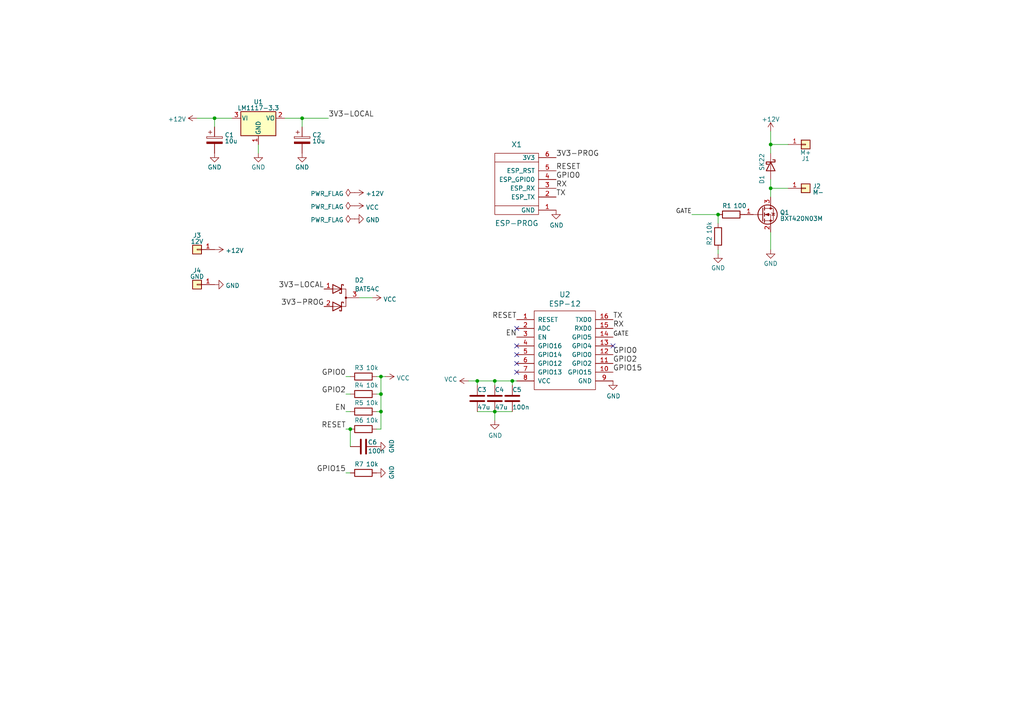
<source format=kicad_sch>
(kicad_sch (version 20220914) (generator eeschema)
  (paper "A4")
  (lib_symbols
    (symbol "Connector_Generic:Conn_01x01" (pin_names (offset 1.016) hide)
      (property "Reference" "J" (at 0 2.54 0))
      (property "Value" "Conn_01x01" (at 0 -2.54 0))
      (symbol "Conn_01x01_1_1"
        (rectangle (start -1.27 0.127) (end 0 -0.127) (stroke (width 0.1524)))
        (rectangle (start -1.27 1.27) (end 1.27 -1.27) (stroke (width 0.254)) (fill (type background)))
        (pin passive line (at -5.08 0 0) (length 3.81) (name "Pin_1") (number "1"))
      )
    )
    (symbol "Device:C" (pin_numbers hide) (pin_names (offset 0.254))
      (property "Reference" "C" (at 0.635 2.54 0))
      (property "Value" "C" (at 0.635 -2.54 0))
      (symbol "C_0_1"
        (polyline (pts (xy -2.032 -0.762) (xy 2.032 -0.762)) (stroke (width 0.508)))
        (polyline (pts (xy -2.032 0.762) (xy 2.032 0.762)) (stroke (width 0.508)))
      )
      (symbol "C_1_1"
        (pin passive line (at 0 3.81 270) (length 2.794) (name "~") (number "1"))
        (pin passive line (at 0 -3.81 90) (length 2.794) (name "~") (number "2"))
      )
    )
    (symbol "Device:C_Polarized" (pin_numbers hide) (pin_names (offset 0.254))
      (property "Reference" "C" (at 0.635 2.54 0))
      (property "Value" "C_Polarized" (at 0.635 -2.54 0))
      (symbol "C_Polarized_0_1"
        (rectangle (start -2.286 0.508) (end 2.286 1.016))
        (polyline (pts (xy -1.778 2.286) (xy -0.762 2.286)))
        (polyline (pts (xy -1.27 2.794) (xy -1.27 1.778)))
        (rectangle (start 2.286 -0.508) (end -2.286 -1.016) (fill (type outline)))
      )
      (symbol "C_Polarized_1_1"
        (pin passive line (at 0 3.81 270) (length 2.794) (name "~") (number "1"))
        (pin passive line (at 0 -3.81 90) (length 2.794) (name "~") (number "2"))
      )
    )
    (symbol "Device:D_Schottky" (pin_numbers hide) (pin_names (offset 1.016) hide)
      (property "Reference" "D" (at 0 2.54 0))
      (property "Value" "D_Schottky" (at 0 -2.54 0))
      (symbol "D_Schottky_0_1"
        (polyline (pts (xy 1.27 0) (xy -1.27 0)))
        (polyline (pts (xy 1.27 1.27) (xy 1.27 -1.27) (xy -1.27 0) (xy 1.27 1.27)) (stroke (width 0.254)))
        (polyline (pts (xy -1.905 0.635) (xy -1.905 1.27) (xy -1.27 1.27) (xy -1.27 -1.27) (xy -0.635 -1.27) (xy -0.635 -0.635)) (stroke (width 0.254)))
      )
      (symbol "D_Schottky_1_1"
        (pin passive line (at -3.81 0 0) (length 2.54) (name "K") (number "1"))
        (pin passive line (at 3.81 0 180) (length 2.54) (name "A") (number "2"))
      )
    )
    (symbol "Device:D_Schottky_Dual_CommonCathode_AAK_Parallel" (pin_names (offset 0.762) hide)
      (property "Reference" "D" (at 0 5.08 0))
      (property "Value" "D_Schottky_Dual_CommonCathode_AAK_Parallel" (at 0 -5.08 0))
      (symbol "D_Schottky_Dual_CommonCathode_AAK_Parallel_0_1"
        (polyline (pts (xy 1.27 0) (xy 2.54 0)))
        (polyline (pts (xy -2.54 -2.54) (xy 1.27 -2.54) (xy 1.27 2.54) (xy -2.54 2.54)))
        (polyline (pts (xy -2.54 -1.27) (xy 0 -2.54) (xy -2.54 -3.81) (xy -2.54 -1.27) (xy -2.54 -1.27) (xy -2.54 -1.27)) (stroke (width 0.254)))
        (polyline (pts (xy -2.54 3.81) (xy 0 2.54) (xy -2.54 1.27) (xy -2.54 3.81) (xy -2.54 3.81) (xy -2.54 3.81)) (stroke (width 0.254)))
        (polyline (pts (xy 0.508 -1.524) (xy 0.508 -1.27) (xy 0 -1.27) (xy 0 -3.81) (xy -0.508 -3.81) (xy -0.508 -3.556)) (stroke (width 0.254)))
        (polyline (pts (xy 0.508 3.556) (xy 0.508 3.81) (xy 0 3.81) (xy 0 1.27) (xy -0.508 1.27) (xy -0.508 1.524)) (stroke (width 0.254)))
        (circle (center 1.27 0) (radius 0.254) (fill (type outline)))
        (pin passive line (at -5.08 2.54 0) (length 2.54) (name "K") (number "1"))
        (pin passive line (at -5.08 -2.54 0) (length 2.54) (name "K") (number "2"))
        (pin passive line (at 5.08 0 180) (length 2.54) (name "A") (number "3"))
      )
    )
    (symbol "Device:R" (pin_numbers hide) (pin_names (offset 0))
      (property "Reference" "R" (at 2.032 0 90))
      (property "Value" "R" (at 0 0 90))
      (symbol "R_0_1"
        (rectangle (start -1.016 -2.54) (end 1.016 2.54) (stroke (width 0.254)))
      )
      (symbol "R_1_1"
        (pin passive line (at 0 3.81 270) (length 1.27) (name "~") (number "1"))
        (pin passive line (at 0 -3.81 90) (length 1.27) (name "~") (number "2"))
      )
    )
    (symbol "Drake:ESP-12" (pin_names (offset 1.016))
      (property "Reference" "U" (at 0 24.13 0))
      (property "Value" "ESP-12" (at 0 21.59 0))
      (symbol "ESP-12_0_1"
        (rectangle (start -8.89 19.05) (end 8.89 -3.81))
      )
      (symbol "ESP-12_1_1"
        (pin input line (at -13.97 16.51 0) (length 5.08) (name "RESET") (number "1"))
        (pin input line (at 13.97 1.27 180) (length 5.08) (name "GPIO15") (number "10"))
        (pin input line (at 13.97 3.81 180) (length 5.08) (name "GPIO2") (number "11"))
        (pin input line (at 13.97 6.35 180) (length 5.08) (name "GPIO0") (number "12"))
        (pin input line (at 13.97 8.89 180) (length 5.08) (name "GPIO4") (number "13"))
        (pin input line (at 13.97 11.43 180) (length 5.08) (name "GPIO5") (number "14"))
        (pin input line (at 13.97 13.97 180) (length 5.08) (name "RXD0") (number "15"))
        (pin input line (at 13.97 16.51 180) (length 5.08) (name "TXD0") (number "16"))
        (pin input line (at -13.97 13.97 0) (length 5.08) (name "ADC") (number "2"))
        (pin input line (at -13.97 11.43 0) (length 5.08) (name "EN") (number "3"))
        (pin input line (at -13.97 8.89 0) (length 5.08) (name "GPIO16") (number "4"))
        (pin input line (at -13.97 6.35 0) (length 5.08) (name "GPIO14") (number "5"))
        (pin input line (at -13.97 3.81 0) (length 5.08) (name "GPIO12") (number "6"))
        (pin input line (at -13.97 1.27 0) (length 5.08) (name "GPIO13") (number "7"))
        (pin input line (at -13.97 -1.27 0) (length 5.08) (name "VCC") (number "8"))
        (pin input line (at 13.97 -1.27 180) (length 5.08) (name "GND") (number "9"))
      )
    )
    (symbol "Drake:ESP-PROG" (pin_names (offset 1.016))
      (property "Reference" "X" (at 0 11.43 0))
      (property "Value" "ESP-PROG" (at 0 -11.43 0))
      (symbol "ESP-PROG_0_1"
        (polyline (pts (xy 6.35 -6.35) (xy -6.35 -6.35)))
        (polyline (pts (xy 6.35 6.35) (xy -6.35 6.35)))
        (rectangle (start 6.35 8.89) (end -6.35 -8.89))
      )
      (symbol "ESP-PROG_1_1"
        (pin passive line (at 11.43 -7.62 180) (length 5.08) (name "GND") (number "1"))
        (pin bidirectional line (at 11.43 -3.81 180) (length 5.08) (name "ESP_TX") (number "2"))
        (pin bidirectional line (at 11.43 -1.27 180) (length 5.08) (name "ESP_RX") (number "3"))
        (pin bidirectional line (at 11.43 1.27 180) (length 5.08) (name "ESP_GPIO0") (number "4"))
        (pin bidirectional line (at 11.43 3.81 180) (length 5.08) (name "ESP_RST") (number "5"))
        (pin bidirectional line (at 11.43 7.62 180) (length 5.08) (name "3V3") (number "6"))
      )
    )
    (symbol "Regulator_Linear:LM1117-3.3" (pin_names (offset 0.254))
      (property "Reference" "U" (at -3.81 3.175 0))
      (property "Value" "LM1117-3.3" (at 0 3.175 0))
      (symbol "LM1117-3.3_0_1"
        (rectangle (start -5.08 -5.08) (end 5.08 1.905) (stroke (width 0.254)) (fill (type background)))
      )
      (symbol "LM1117-3.3_1_1"
        (pin power_in line (at 0 -7.62 90) (length 2.54) (name "GND") (number "1"))
        (pin power_out line (at 7.62 0 180) (length 2.54) (name "VO") (number "2"))
        (pin power_in line (at -7.62 0 0) (length 2.54) (name "VI") (number "3"))
      )
    )
    (symbol "Transistor_FET:AO3400A" (pin_names hide)
      (property "Reference" "Q" (at 5.08 1.905 0))
      (property "Value" "AO3400A" (at 5.08 0 0))
      (symbol "AO3400A_0_1"
        (polyline (pts (xy 0.254 0) (xy -2.54 0)))
        (polyline (pts (xy 0.254 1.905) (xy 0.254 -1.905)) (stroke (width 0.254)))
        (polyline (pts (xy 0.762 -1.27) (xy 0.762 -2.286)) (stroke (width 0.254)))
        (polyline (pts (xy 0.762 0.508) (xy 0.762 -0.508)) (stroke (width 0.254)))
        (polyline (pts (xy 0.762 2.286) (xy 0.762 1.27)) (stroke (width 0.254)))
        (polyline (pts (xy 2.54 2.54) (xy 2.54 1.778)))
        (polyline (pts (xy 2.54 -2.54) (xy 2.54 0) (xy 0.762 0)))
        (polyline (pts (xy 0.762 -1.778) (xy 3.302 -1.778) (xy 3.302 1.778) (xy 0.762 1.778)))
        (polyline (pts (xy 1.016 0) (xy 2.032 0.381) (xy 2.032 -0.381) (xy 1.016 0)) (fill (type outline)))
        (polyline (pts (xy 2.794 0.508) (xy 2.921 0.381) (xy 3.683 0.381) (xy 3.81 0.254)))
        (polyline (pts (xy 3.302 0.381) (xy 2.921 -0.254) (xy 3.683 -0.254) (xy 3.302 0.381)))
        (circle (center 1.651 0) (radius 2.794) (stroke (width 0.254)))
        (circle (center 2.54 -1.778) (radius 0.254) (fill (type outline)))
        (circle (center 2.54 1.778) (radius 0.254) (fill (type outline)))
      )
      (symbol "AO3400A_1_1"
        (pin input line (at -5.08 0 0) (length 2.54) (name "G") (number "1"))
        (pin passive line (at 2.54 -5.08 90) (length 2.54) (name "S") (number "2"))
        (pin passive line (at 2.54 5.08 270) (length 2.54) (name "D") (number "3"))
      )
    )
    (symbol "power:+12V" (power) (pin_names (offset 0))
      (property "Value" "+12V" (at 0 3.556 0))
      (symbol "+12V_0_1"
        (polyline (pts (xy -0.762 1.27) (xy 0 2.54)))
        (polyline (pts (xy 0 0) (xy 0 2.54)))
        (polyline (pts (xy 0 2.54) (xy 0.762 1.27)))
      )
      (symbol "+12V_1_1"
        (pin power_in line (at 0 0 90) (length 0) hide (name "+12V") (number "1"))
      )
    )
    (symbol "power:GND" (power) (pin_names (offset 0))
      (property "Value" "GND" (at 0 -3.81 0))
      (symbol "GND_0_1"
        (polyline (pts (xy 0 0) (xy 0 -1.27) (xy 1.27 -1.27) (xy 0 -2.54) (xy -1.27 -1.27) (xy 0 -1.27)))
      )
      (symbol "GND_1_1"
        (pin power_in line (at 0 0 270) (length 0) hide (name "GND") (number "1"))
      )
    )
    (symbol "power:PWR_FLAG" (power) (pin_numbers hide) (pin_names (offset 0) hide)
      (property "Value" "PWR_FLAG" (at 0 3.81 0))
      (symbol "PWR_FLAG_0_0"
        (pin power_out line (at 0 0 90) (length 0) (name "pwr") (number "1"))
      )
      (symbol "PWR_FLAG_0_1"
        (polyline (pts (xy 0 0) (xy 0 1.27) (xy -1.016 1.905) (xy 0 2.54) (xy 1.016 1.905) (xy 0 1.27)))
      )
    )
    (symbol "power:VCC" (power) (pin_names (offset 0))
      (property "Value" "VCC" (at 0 3.81 0))
      (symbol "VCC_0_1"
        (polyline (pts (xy -0.762 1.27) (xy 0 2.54)))
        (polyline (pts (xy 0 0) (xy 0 2.54)))
        (polyline (pts (xy 0 2.54) (xy 0.762 1.27)))
      )
      (symbol "VCC_1_1"
        (pin power_in line (at 0 0 90) (length 0) hide (name "VCC") (number "1"))
      )
    )
  )
  (junction (at 138.43 110.49))
  (junction (at 223.52 41.91))
  (junction (at 208.28 62.23))
  (junction (at 223.52 54.61))
  (junction (at 148.59 110.49))
  (junction (at 110.49 114.3))
  (junction (at 62.23 34.29))
  (junction (at 143.51 110.49))
  (junction (at 87.63 34.29))
  (junction (at 143.51 119.38))
  (junction (at 101.6 124.46))
  (junction (at 110.49 119.38))
  (junction (at 110.49 109.22))
  (no_connect (at 149.86 102.87))
  (no_connect (at 149.86 100.33))
  (no_connect (at 149.86 105.41))
  (no_connect (at 149.86 107.95))
  (no_connect (at 149.86 95.25))
  (no_connect (at 177.8 100.33))
  (wire (pts (xy 110.49 109.22) (xy 110.49 114.3)))
  (wire (pts (xy 138.43 110.49) (xy 143.51 110.49)))
  (wire (pts (xy 87.63 34.29) (xy 87.63 36.83)))
  (wire (pts (xy 143.51 119.38) (xy 148.59 119.38)))
  (wire (pts (xy 223.52 41.91) (xy 228.6 41.91)))
  (wire (pts (xy 138.43 111.76) (xy 138.43 110.49)))
  (wire (pts (xy 138.43 119.38) (xy 143.51 119.38)))
  (wire (pts (xy 110.49 109.22) (xy 111.76 109.22)))
  (wire (pts (xy 148.59 110.49) (xy 149.86 110.49)))
  (wire (pts (xy 67.31 34.29) (xy 62.23 34.29)))
  (wire (pts (xy 74.93 44.45) (xy 74.93 41.91)))
  (wire (pts (xy 57.15 34.29) (xy 62.23 34.29)))
  (wire (pts (xy 208.28 62.23) (xy 208.28 64.77)))
  (wire (pts (xy 110.49 114.3) (xy 110.49 119.38)))
  (wire (pts (xy 101.6 119.38) (xy 100.33 119.38)))
  (wire (pts (xy 223.52 38.1) (xy 223.52 41.91)))
  (wire (pts (xy 223.52 54.61) (xy 228.6 54.61)))
  (wire (pts (xy 110.49 124.46) (xy 109.22 124.46)))
  (wire (pts (xy 101.6 114.3) (xy 100.33 114.3)))
  (wire (pts (xy 101.6 109.22) (xy 100.33 109.22)))
  (wire (pts (xy 101.6 124.46) (xy 100.33 124.46)))
  (wire (pts (xy 223.52 41.91) (xy 223.52 44.45)))
  (wire (pts (xy 87.63 34.29) (xy 95.25 34.29)))
  (wire (pts (xy 143.51 111.76) (xy 143.51 110.49)))
  (wire (pts (xy 110.49 114.3) (xy 109.22 114.3)))
  (wire (pts (xy 110.49 119.38) (xy 110.49 124.46)))
  (wire (pts (xy 109.22 119.38) (xy 110.49 119.38)))
  (wire (pts (xy 223.52 54.61) (xy 223.52 57.15)))
  (wire (pts (xy 143.51 110.49) (xy 148.59 110.49)))
  (wire (pts (xy 223.52 52.07) (xy 223.52 54.61)))
  (wire (pts (xy 104.14 86.36) (xy 107.95 86.36)))
  (wire (pts (xy 101.6 129.54) (xy 101.6 124.46)))
  (wire (pts (xy 143.51 121.92) (xy 143.51 119.38)))
  (wire (pts (xy 135.89 110.49) (xy 138.43 110.49)))
  (wire (pts (xy 101.6 137.16) (xy 100.33 137.16)))
  (wire (pts (xy 223.52 72.39) (xy 223.52 67.31)))
  (wire (pts (xy 109.22 109.22) (xy 110.49 109.22)))
  (wire (pts (xy 208.28 72.39) (xy 208.28 73.66)))
  (wire (pts (xy 148.59 111.76) (xy 148.59 110.49)))
  (wire (pts (xy 82.55 34.29) (xy 87.63 34.29)))
  (wire (pts (xy 62.23 34.29) (xy 62.23 36.83)))
  (wire (pts (xy 200.66 62.23) (xy 208.28 62.23)))
  (label "GPIO2" (at 100.33 114.3 180) (effects (font (size 1.524 1.524))))
  (label "3V3-PROG" (at 93.98 88.9 180) (effects (font (size 1.524 1.524))))
  (label "3V3-LOCAL" (at 95.25 34.29 0) (effects (font (size 1.524 1.524))))
  (label "RESET" (at 149.86 92.71 180) (effects (font (size 1.524 1.524))))
  (label "RESET" (at 161.29 49.53 0) (effects (font (size 1.524 1.524))))
  (label "GPIO15" (at 100.33 137.16 180) (effects (font (size 1.524 1.524))))
  (label "3V3-LOCAL" (at 93.98 83.82 180) (effects (font (size 1.524 1.524))))
  (label "GPIO2" (at 177.8 105.41 0) (effects (font (size 1.524 1.524))))
  (label "GATE" (at 200.66 62.23 180))
  (label "TX" (at 161.29 57.15 0) (effects (font (size 1.524 1.524))))
  (label "GPIO0" (at 161.29 52.07 0) (effects (font (size 1.524 1.524))))
  (label "3V3-PROG" (at 161.29 45.72 0) (effects (font (size 1.524 1.524))))
  (label "GPIO0" (at 177.8 102.87 0) (effects (font (size 1.524 1.524))))
  (label "EN" (at 100.33 119.38 180) (effects (font (size 1.524 1.524))))
  (label "GATE" (at 177.8 97.79 0))
  (label "RESET" (at 100.33 124.46 180) (effects (font (size 1.524 1.524))))
  (label "RX" (at 161.29 54.61 0) (effects (font (size 1.524 1.524))))
  (label "RX" (at 177.8 95.25 0) (effects (font (size 1.524 1.524))))
  (label "TX" (at 177.8 92.71 0) (effects (font (size 1.524 1.524))))
  (label "EN" (at 149.86 97.79 180) (effects (font (size 1.524 1.524))))
  (label "GPIO15" (at 177.8 107.95 0) (effects (font (size 1.524 1.524))))
  (label "GPIO0" (at 100.33 109.22 180) (effects (font (size 1.524 1.524))))
  (symbol (lib_id "Device:D_Schottky_Dual_CommonCathode_AAK_Parallel") (at 99.06 86.36 0) (unit 1)
    (default_instance (reference "") (unit 1) (value "") (footprint ""))
    (property "Reference" "D2" (at 102.87 81.28 0) (effects (justify left)))
    (property "Value" "BAT54C" (at 102.87 83.82 0) (effects (justify left)))
    (property "Footprint" "Package_TO_SOT_SMD:SOT-23_Handsoldering" (effects hide))
  )
  (symbol (lib_id "Drake:ESP-PROG") (at 149.86 53.34 0) (unit 1)
    (default_instance (reference "") (unit 1) (value "") (footprint ""))
    (property "Reference" "X1" (at 149.86 41.91 0) (effects (font (size 1.524 1.524))))
    (property "Value" "ESP-PROG" (at 149.86 64.77 0) (effects (font (size 1.524 1.524))))
    (property "Footprint" "Drake:Micro-Match-FOB-6" (effects hide))
  )
  (symbol (lib_id "Device:R") (at 105.41 114.3 90) (unit 1)
    (default_instance (reference "") (unit 1) (value "") (footprint ""))
    (property "Reference" "R4" (at 104.14 111.76 90))
    (property "Value" "10k" (at 107.95 111.76 90))
    (property "Footprint" "Resistor_SMD:R_0805_2012Metric_Pad1.20x1.40mm_HandSolder" (effects hide))
  )
  (symbol (lib_id "Device:C_Polarized") (at 62.23 40.64 0) (unit 1)
    (default_instance (reference "C5") (unit 1) (value "10u") (footprint ""))
    (property "Reference" "C1" (at 65.151 39.1565 0) (effects (justify left)))
    (property "Value" "10u" (at 65.151 40.9187 0) (effects (justify left)))
    (property "Footprint" "Capacitor_SMD:C_0805_2012Metric_Pad1.18x1.45mm_HandSolder" (effects hide))
  )
  (symbol (lib_id "Connector_Generic:Conn_01x01") (at 233.68 41.91 0) (unit 1)
    (default_instance (reference "J1") (unit 1) (value "Conn_01x01") (footprint ""))
    (property "Reference" "J1" (at 233.68 46.0121 0))
    (property "Value" "M+" (at 233.68 44.2499 0))
    (property "Footprint" "Connector_Wire:SolderWire-1sqmm_1x01_D1.4mm_OD3.9mm" (effects hide))
  )
  (symbol (lib_id "Device:R") (at 105.41 109.22 90) (unit 1)
    (default_instance (reference "") (unit 1) (value "") (footprint ""))
    (property "Reference" "R3" (at 104.14 106.68 90))
    (property "Value" "10k" (at 107.95 106.68 90))
    (property "Footprint" "Resistor_SMD:R_0805_2012Metric_Pad1.20x1.40mm_HandSolder" (effects hide))
  )
  (symbol (lib_id "Device:R") (at 212.09 62.23 90) (unit 1)
    (default_instance (reference "") (unit 1) (value "") (footprint ""))
    (property "Reference" "R1" (at 210.82 59.69 90))
    (property "Value" "100" (at 214.63 59.69 90))
    (property "Footprint" "Resistor_SMD:R_0805_2012Metric_Pad1.20x1.40mm_HandSolder" (effects hide))
  )
  (symbol (lib_id "power:PWR_FLAG") (at 102.87 55.88 90) (unit 1)
    (default_instance (reference "#FLG?") (unit 1) (value "PWR_FLAG") (footprint ""))
    (property "Reference" "#FLG0101" (effects hide))
    (property "Value" "PWR_FLAG" (at 99.6951 56.1666 90) (effects (justify left)))
  )
  (symbol (lib_id "Device:R") (at 208.28 68.58 180) (unit 1)
    (default_instance (reference "") (unit 1) (value "") (footprint ""))
    (property "Reference" "R2" (at 205.74 69.85 90))
    (property "Value" "10k" (at 205.74 66.04 90))
    (property "Footprint" "Resistor_SMD:R_0805_2012Metric_Pad1.20x1.40mm_HandSolder" (effects hide))
  )
  (symbol (lib_id "power:PWR_FLAG") (at 102.87 63.5 90) (unit 1)
    (default_instance (reference "#FLG?") (unit 1) (value "PWR_FLAG") (footprint ""))
    (property "Reference" "#FLG0102" (effects hide))
    (property "Value" "PWR_FLAG" (at 99.6951 63.7866 90) (effects (justify left)))
  )
  (symbol (lib_id "Transistor_FET:AO3400A") (at 220.98 62.23 0) (unit 1)
    (default_instance (reference "Q1") (unit 1) (value "BXT420N03M") (footprint "Package_TO_SOT_SMD:SOT-23_Handsoldering"))
    (property "Reference" "Q1" (at 226.187 61.6355 0) (effects (justify left)))
    (property "Value" "BXT420N03M" (at 226.187 63.3977 0) (effects (justify left)))
    (property "Footprint" "Package_TO_SOT_SMD:SOT-23_Handsoldering" (effects hide))
    (property "Datasheet" "http://www.aosmd.com/pdfs/datasheet/AO3400A.pdf" (effects hide))
  )
  (symbol (lib_id "power:+12V") (at 223.52 38.1 0) (unit 1)
    (default_instance (reference "#PWR?") (unit 1) (value "+12V") (footprint ""))
    (property "Reference" "#PWR0101" (effects hide))
    (property "Value" "+12V" (at 223.52 34.6171 0))
  )
  (symbol (lib_id "Device:R") (at 105.41 124.46 90) (unit 1)
    (default_instance (reference "") (unit 1) (value "") (footprint ""))
    (property "Reference" "R6" (at 104.14 121.92 90))
    (property "Value" "10k" (at 107.95 121.92 90))
    (property "Footprint" "Resistor_SMD:R_0805_2012Metric_Pad1.20x1.40mm_HandSolder" (effects hide))
  )
  (symbol (lib_id "power:GND") (at 208.28 73.66 0) (unit 1)
    (default_instance (reference "#PWR?") (unit 1) (value "GND") (footprint ""))
    (property "Reference" "#PWR0103" (effects hide))
    (property "Value" "GND" (at 208.28 77.7161 0))
  )
  (symbol (lib_id "power:+12V") (at 62.23 72.39 270) (unit 1)
    (default_instance (reference "#PWR?") (unit 1) (value "+12V") (footprint ""))
    (property "Reference" "#PWR0109" (effects hide))
    (property "Value" "+12V" (at 65.405 72.6766 90) (effects (justify left)))
  )
  (symbol (lib_id "power:GND") (at 102.87 63.5 90) (unit 1)
    (default_instance (reference "#PWR0112") (unit 1) (value "GND") (footprint ""))
    (property "Reference" "#PWR0112" (effects hide))
    (property "Value" "GND" (at 106.045 63.7866 90) (effects (justify right)))
  )
  (symbol (lib_id "power:+12V") (at 57.15 34.29 90) (unit 1)
    (default_instance (reference "#PWR?") (unit 1) (value "+12V") (footprint ""))
    (property "Reference" "#PWR0105" (effects hide))
    (property "Value" "+12V" (at 53.975 34.5766 90) (effects (justify left)))
  )
  (symbol (lib_id "Device:C") (at 143.51 115.57 0) (unit 1)
    (default_instance (reference "") (unit 1) (value "") (footprint ""))
    (property "Reference" "C4" (at 143.51 113.03 0) (effects (justify left)))
    (property "Value" "47u" (at 143.51 118.11 0) (effects (justify left)))
    (property "Footprint" "Capacitor_SMD:C_0805_2012Metric_Pad1.18x1.45mm_HandSolder" (effects hide))
  )
  (symbol (lib_id "Connector_Generic:Conn_01x01") (at 57.15 72.39 180) (unit 1)
    (default_instance (reference "J1") (unit 1) (value "Conn_01x01") (footprint ""))
    (property "Reference" "J3" (at 57.15 68.2879 0))
    (property "Value" "12V" (at 57.15 70.0501 0))
    (property "Footprint" "Connector_Wire:SolderWire-1sqmm_1x01_D1.4mm_OD3.9mm" (effects hide))
  )
  (symbol (lib_id "power:GND") (at 143.51 121.92 0) (unit 1)
    (default_instance (reference "") (unit 1) (value "") (footprint ""))
    (property "Reference" "#PWR021" (effects hide))
    (property "Value" "GND" (at 143.637 126.3142 0))
  )
  (symbol (lib_id "power:+12V") (at 102.87 55.88 270) (unit 1)
    (default_instance (reference "#PWR0111") (unit 1) (value "+12V") (footprint ""))
    (property "Reference" "#PWR0111" (effects hide))
    (property "Value" "+12V" (at 106.045 56.1666 90) (effects (justify left)))
  )
  (symbol (lib_id "Connector_Generic:Conn_01x01") (at 233.68 54.61 0) (unit 1)
    (default_instance (reference "J1") (unit 1) (value "Conn_01x01") (footprint ""))
    (property "Reference" "J2" (at 235.712 54.0155 0) (effects (justify left)))
    (property "Value" "M-" (at 235.712 55.7777 0) (effects (justify left)))
    (property "Footprint" "Connector_Wire:SolderWire-1sqmm_1x01_D1.4mm_OD3.9mm" (effects hide))
  )
  (symbol (lib_id "power:GND") (at 62.23 44.45 0) (unit 1)
    (default_instance (reference "#PWR?") (unit 1) (value "GND") (footprint ""))
    (property "Reference" "#PWR0106" (effects hide))
    (property "Value" "GND" (at 62.23 48.5061 0))
  )
  (symbol (lib_id "power:PWR_FLAG") (at 102.87 59.69 90) (unit 1)
    (default_instance (reference "#FLG?") (unit 1) (value "PWR_FLAG") (footprint ""))
    (property "Reference" "#FLG0103" (effects hide))
    (property "Value" "PWR_FLAG" (at 99.6951 59.9766 90) (effects (justify left)))
  )
  (symbol (lib_id "Device:R") (at 105.41 137.16 90) (unit 1)
    (default_instance (reference "") (unit 1) (value "") (footprint ""))
    (property "Reference" "R7" (at 104.14 134.62 90))
    (property "Value" "10k" (at 107.95 134.62 90))
    (property "Footprint" "Resistor_SMD:R_0805_2012Metric_Pad1.20x1.40mm_HandSolder" (effects hide))
  )
  (symbol (lib_id "power:VCC") (at 107.95 86.36 270) (unit 1)
    (default_instance (reference "") (unit 1) (value "") (footprint ""))
    (property "Reference" "#PWR023" (effects hide))
    (property "Value" "VCC" (at 111.1758 86.8172 90) (effects (justify left)))
  )
  (symbol (lib_id "power:GND") (at 74.93 44.45 0) (unit 1)
    (default_instance (reference "#PWR?") (unit 1) (value "GND") (footprint ""))
    (property "Reference" "#PWR0107" (effects hide))
    (property "Value" "GND" (at 74.93 48.5061 0))
  )
  (symbol (lib_id "Device:D_Schottky") (at 223.52 48.26 270) (unit 1)
    (default_instance (reference "U") (unit 1) (value "") (footprint ""))
    (property "Reference" "D1" (at 220.98 52.07 0))
    (property "Value" "SK22" (at 220.98 46.99 0))
    (property "Footprint" "Diode_SMD:D_SMB_Handsoldering" (effects hide))
  )
  (symbol (lib_id "Device:R") (at 105.41 119.38 90) (unit 1)
    (default_instance (reference "") (unit 1) (value "") (footprint ""))
    (property "Reference" "R5" (at 104.14 116.84 90))
    (property "Value" "10k" (at 107.95 116.84 90))
    (property "Footprint" "Resistor_SMD:R_0805_2012Metric_Pad1.20x1.40mm_HandSolder" (effects hide))
  )
  (symbol (lib_id "power:GND") (at 62.23 82.55 90) (unit 1)
    (default_instance (reference "#PWR?") (unit 1) (value "GND") (footprint ""))
    (property "Reference" "#PWR0108" (effects hide))
    (property "Value" "GND" (at 65.405 82.8366 90) (effects (justify right)))
  )
  (symbol (lib_id "power:VCC") (at 111.76 109.22 270) (unit 1)
    (default_instance (reference "") (unit 1) (value "") (footprint ""))
    (property "Reference" "#PWR015" (effects hide))
    (property "Value" "VCC" (at 115.0112 109.6518 90) (effects (justify left)))
  )
  (symbol (lib_id "Drake:ESP-12") (at 163.83 109.22 0) (unit 1)
    (default_instance (reference "") (unit 1) (value "") (footprint ""))
    (property "Reference" "U2" (at 163.83 85.4202 0) (effects (font (size 1.524 1.524))))
    (property "Value" "ESP-12" (at 163.83 88.1126 0) (effects (font (size 1.524 1.524))))
    (property "Footprint" "Drake:ESP-12" (effects hide))
  )
  (symbol (lib_id "power:GND") (at 161.29 60.96 0) (unit 1)
    (default_instance (reference "") (unit 1) (value "") (footprint ""))
    (property "Reference" "#PWR022" (effects hide))
    (property "Value" "GND" (at 161.417 65.3542 0))
  )
  (symbol (lib_id "power:VCC") (at 135.89 110.49 90) (unit 1)
    (default_instance (reference "") (unit 1) (value "") (footprint ""))
    (property "Reference" "#PWR016" (effects hide))
    (property "Value" "VCC" (at 132.6642 110.0328 90) (effects (justify left)))
  )
  (symbol (lib_id "power:GND") (at 87.63 44.45 0) (unit 1)
    (default_instance (reference "#PWR?") (unit 1) (value "GND") (footprint ""))
    (property "Reference" "#PWR0104" (effects hide))
    (property "Value" "GND" (at 87.63 48.5061 0))
  )
  (symbol (lib_id "Device:C") (at 138.43 115.57 0) (unit 1)
    (default_instance (reference "") (unit 1) (value "") (footprint ""))
    (property "Reference" "C3" (at 138.43 113.03 0) (effects (justify left)))
    (property "Value" "47u" (at 138.43 118.11 0) (effects (justify left)))
    (property "Footprint" "Capacitor_SMD:C_0805_2012Metric_Pad1.18x1.45mm_HandSolder" (effects hide))
  )
  (symbol (lib_id "Regulator_Linear:LM1117-3.3") (at 74.93 34.29 0) (unit 1)
    (default_instance (reference "U1") (unit 1) (value "LM1117-3.3") (footprint ""))
    (property "Reference" "U1" (at 74.93 29.5529 0))
    (property "Value" "LM1117-3.3" (at 74.93 31.3151 0))
    (property "Footprint" "Package_TO_SOT_SMD:SOT-223-3_TabPin2" (effects hide))
    (property "Datasheet" "http://www.ti.com/lit/ds/symlink/lm1117.pdf" (effects hide))
  )
  (symbol (lib_id "Device:C") (at 148.59 115.57 0) (unit 1)
    (default_instance (reference "") (unit 1) (value "") (footprint ""))
    (property "Reference" "C5" (at 148.59 113.03 0) (effects (justify left)))
    (property "Value" "100n" (at 148.59 118.11 0) (effects (justify left)))
    (property "Footprint" "Capacitor_SMD:C_0805_2012Metric_Pad1.18x1.45mm_HandSolder" (effects hide))
  )
  (symbol (lib_id "Device:C") (at 105.41 129.54 270) (unit 1)
    (default_instance (reference "") (unit 1) (value "") (footprint ""))
    (property "Reference" "C6" (at 106.68 128.27 90) (effects (justify left)))
    (property "Value" "100n" (at 106.68 130.81 90) (effects (justify left)))
    (property "Footprint" "Capacitor_SMD:C_0805_2012Metric_Pad1.18x1.45mm_HandSolder" (effects hide))
  )
  (symbol (lib_id "power:GND") (at 223.52 72.39 0) (unit 1)
    (default_instance (reference "#PWR?") (unit 1) (value "GND") (footprint ""))
    (property "Reference" "#PWR0102" (effects hide))
    (property "Value" "GND" (at 223.52 76.4461 0))
  )
  (symbol (lib_id "power:GND") (at 109.22 137.16 90) (unit 1)
    (default_instance (reference "") (unit 1) (value "") (footprint ""))
    (property "Reference" "#PWR013" (effects hide))
    (property "Value" "GND" (at 113.6142 137.033 0))
  )
  (symbol (lib_id "Connector_Generic:Conn_01x01") (at 57.15 82.55 180) (unit 1)
    (default_instance (reference "J1") (unit 1) (value "Conn_01x01") (footprint ""))
    (property "Reference" "J4" (at 57.15 78.4479 0))
    (property "Value" "GND" (at 57.15 80.2101 0))
    (property "Footprint" "Connector_Wire:SolderWire-1sqmm_1x01_D1.4mm_OD3.9mm" (effects hide))
  )
  (symbol (lib_id "Device:C_Polarized") (at 87.63 40.64 0) (unit 1)
    (default_instance (reference "C6") (unit 1) (value "10uF") (footprint ""))
    (property "Reference" "C2" (at 90.551 39.1565 0) (effects (justify left)))
    (property "Value" "10u" (at 90.551 40.9187 0) (effects (justify left)))
    (property "Footprint" "Capacitor_SMD:C_0805_2012Metric_Pad1.18x1.45mm_HandSolder" (effects hide))
  )
  (symbol (lib_id "power:VCC") (at 102.87 59.69 270) (unit 1)
    (default_instance (reference "") (unit 1) (value "") (footprint ""))
    (property "Reference" "#PWR0110" (effects hide))
    (property "Value" "VCC" (at 106.0958 60.1472 90) (effects (justify left)))
  )
  (symbol (lib_id "power:GND") (at 177.8 110.49 0) (unit 1)
    (default_instance (reference "") (unit 1) (value "") (footprint ""))
    (property "Reference" "#PWR012" (effects hide))
    (property "Value" "GND" (at 177.927 114.8842 0))
  )
  (symbol (lib_id "power:GND") (at 109.22 129.54 90) (unit 1)
    (default_instance (reference "") (unit 1) (value "") (footprint ""))
    (property "Reference" "#PWR014" (effects hide))
    (property "Value" "GND" (at 113.6142 129.413 0))
  )
)
</source>
